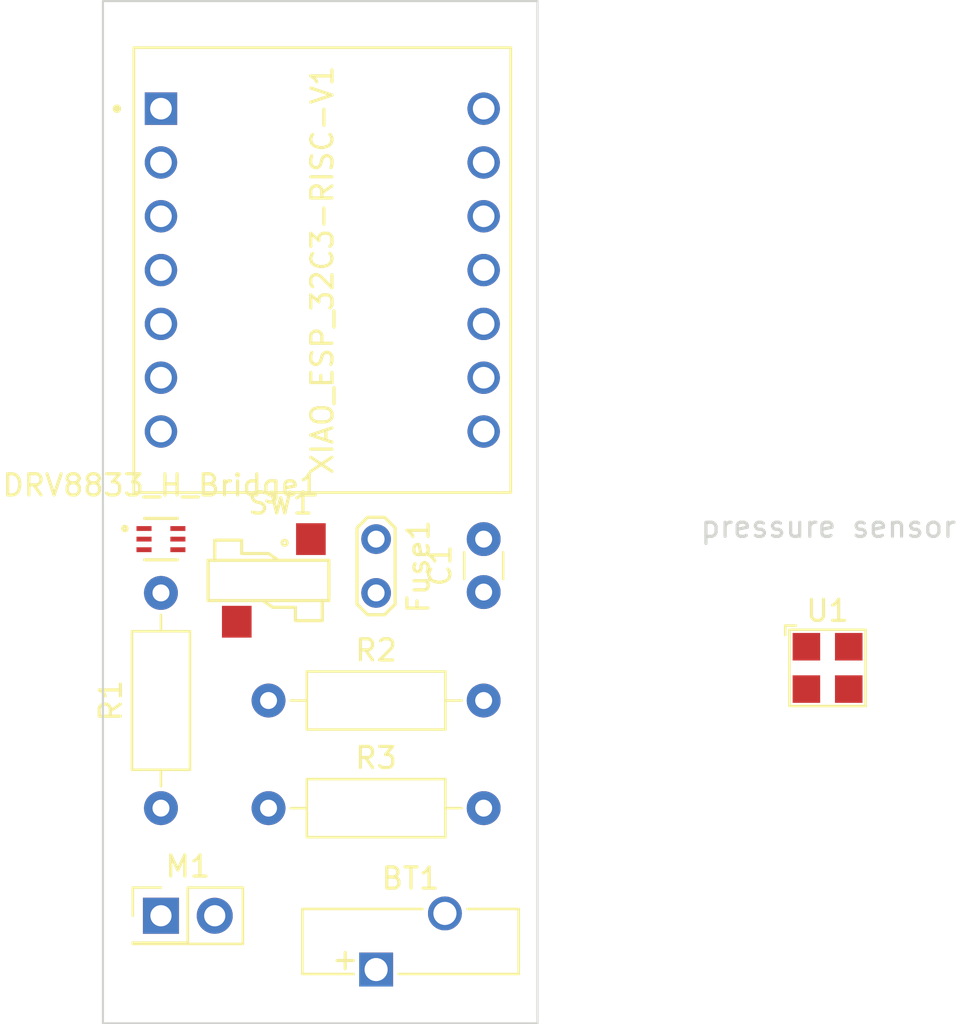
<source format=kicad_pcb>
(kicad_pcb (version 20221018) (generator pcbnew)
  (layers (0 "F.Cu" signal) (31 "B.Cu" signal) (34 "B.Paste" user) (35 "F.Paste" user) (36 "B.SilkS" user "B.Silkscreen") (37 "F.SilkS" user "F.Silkscreen") (38 "B.Mask" user) (39 "F.Mask" user) (44 "Edge.Cuts" user))
  (net 0 "")
  (net 1 "VCC")
  (net 2 "Net-(BT1--)")
  (net 3 "GND")
  (net 4 "OUT1")
  (net 5 "OUT4")
  (net 6 "3V3")
  (net 7 "D10")
  (net 8 "Net-(U1-SCL)")
  (net 9 "SDA")
  (footprint "Nano-Float_Schematic:SW_ESE-22MV21T" (layer "F.Cu") (at 83.82 88.31)
    (fp_text reference "SW1" (at 0.575585 -3.638685) (layer "F.SilkS") (effects (font (size 1.001016 1.001016))))
    (fp_text value "SW_DIP_x01")
    (fp_line (start -2.85 -0.95) (end -2.54 -0.95) (stroke (width 0.15)) (layer "F.SilkS"))
    (fp_line (start -2.85 0.95) (end -2.85 -0.95) (stroke (width 0.15)) (layer "F.SilkS"))
    (fp_line (start -2.54 -1.9) (end -1.27 -1.9) (stroke (width 0.15)) (layer "F.SilkS"))
    (fp_line (start -2.54 -0.95) (end -2.54 -1.9) (stroke (width 0.15)) (layer "F.SilkS"))
    (fp_line (start -2.54 -0.95) (end 2.85 -0.95) (stroke (width 0.15)) (layer "F.SilkS"))
    (fp_line (start -1.27 -1.9) (end -1.27 -1.27) (stroke (width 0.15)) (layer "F.SilkS"))
    (fp_line (start -1.27 -1.27) (end 0 -1.27) (stroke (width 0.15)) (layer "F.SilkS"))
    (fp_line (start 0 -1.27) (end 0.4 -1) (stroke (width 0.15)) (layer "F.SilkS"))
    (fp_line (start 0.2 1.27) (end -0.2 1) (stroke (width 0.15)) (layer "F.SilkS"))
    (fp_line (start 1.27 1.27) (end 0.2 1.27) (stroke (width 0.15)) (layer "F.SilkS"))
    (fp_line (start 1.27 1.9) (end 1.27 1.27) (stroke (width 0.15)) (layer "F.SilkS"))
    (fp_line (start 2.54 0.95) (end -2.85 0.95) (stroke (width 0.15)) (layer "F.SilkS"))
    (fp_line (start 2.54 0.95) (end 2.54 1.9) (stroke (width 0.15)) (layer "F.SilkS"))
    (fp_line (start 2.54 1.9) (end 1.27 1.9) (stroke (width 0.15)) (layer "F.SilkS"))
    (fp_line (start 2.85 -0.95) (end 2.85 0.95) (stroke (width 0.15)) (layer "F.SilkS"))
    (fp_line (start 2.85 0.95) (end 2.54 0.95) (stroke (width 0.15)) (layer "F.SilkS"))
    (fp_circle (center 0.762 -1.778) (end 0.889 -1.778) (stroke (width 0.127)) (fill none) (layer "F.SilkS"))
    (pad "" np_thru_hole circle (at -2 0) (size 1.1 1.1) (drill 1.1) (layers "*.Cu" "*.Mask"))
    (pad "" np_thru_hole circle (at 2 0) (size 1.3 1.3) (drill 1.3) (layers "*.Cu" "*.Mask"))
    (pad "1" smd rect (at 2 -1.95) (size 1.4 1.5) (layers "F.Cu" "F.Paste" "F.Mask") (net 3 "GND"))
    (pad "2" smd rect (at -1.5 1.95) (size 1.4 1.5) (layers "F.Cu" "F.Paste" "F.Mask") (net 7 "D10"))
  )
  (footprint "Nano-Float_Schematic:MODULE_102010388" (layer "F.Cu") (at 86.36 73.66)
    (fp_text reference "XIAO_ESP_32C3-RISC-V1" (at 0 0 90) (layer "F.SilkS"))
    (fp_text value "~")
    (fp_line (start -8.9 -10.5) (end -8.9 10.5) (stroke (width 0.127)) (layer "F.SilkS"))
    (fp_line (start -8.9 10.5) (end 8.9 10.5) (stroke (width 0.127)) (layer "F.SilkS"))
    (fp_line (start 8.9 -10.5) (end -8.9 -10.5) (stroke (width 0.127)) (layer "F.SilkS"))
    (fp_line (start 8.9 10.5) (end 8.9 -10.5) (stroke (width 0.127)) (layer "F.SilkS"))
    (fp_circle (center -9.7 -7.62) (end -9.6 -7.62) (stroke (width 0.2)) (fill none) (layer "F.SilkS"))
    (pad "1" thru_hole rect (at -7.62 -7.62) (size 1.53 1.53) (drill 1.02) (layers "*.Cu" "*.Mask"))
    (pad "2" thru_hole circle (at -7.62 -5.08) (size 1.53 1.53) (drill 1.02) (layers "*.Cu" "*.Mask"))
    (pad "3" thru_hole circle (at -7.62 -2.54) (size 1.53 1.53) (drill 1.02) (layers "*.Cu" "*.Mask"))
    (pad "4" thru_hole circle (at -7.62 0) (size 1.53 1.53) (drill 1.02) (layers "*.Cu" "*.Mask"))
    (pad "5" thru_hole circle (at -7.62 2.54) (size 1.53 1.53) (drill 1.02) (layers "*.Cu" "*.Mask"))
    (pad "6" thru_hole circle (at -7.62 5.08) (size 1.53 1.53) (drill 1.02) (layers "*.Cu" "*.Mask"))
    (pad "7" thru_hole circle (at -7.62 7.62) (size 1.53 1.53) (drill 1.02) (layers "*.Cu" "*.Mask"))
    (pad "8" thru_hole circle (at 7.62 7.62) (size 1.53 1.53) (drill 1.02) (layers "*.Cu" "*.Mask"))
    (pad "9" thru_hole circle (at 7.62 5.08) (size 1.53 1.53) (drill 1.02) (layers "*.Cu" "*.Mask"))
    (pad "10" thru_hole circle (at 7.62 2.54) (size 1.53 1.53) (drill 1.02) (layers "*.Cu" "*.Mask"))
    (pad "11" thru_hole circle (at 7.62 0) (size 1.53 1.53) (drill 1.02) (layers "*.Cu" "*.Mask"))
    (pad "12" thru_hole circle (at 7.62 -2.54) (size 1.53 1.53) (drill 1.02) (layers "*.Cu" "*.Mask"))
    (pad "13" thru_hole circle (at 7.62 -5.08) (size 1.53 1.53) (drill 1.02) (layers "*.Cu" "*.Mask"))
    (pad "14" thru_hole circle (at 7.62 -7.62) (size 1.53 1.53) (drill 1.02) (layers "*.Cu" "*.Mask"))
  )
  (footprint "Resistor_THT:R_Axial_DIN0207_L6.3mm_D2.5mm_P10.16mm_Horizontal" (layer "F.Cu") (at 78.74 99.06 90)
    (fp_text reference "R1" (at 5.08 -2.37 90) (layer "F.SilkS"))
    (fp_text value "R_US")
    (fp_line (start 1.04 0) (end 1.81 0) (stroke (width 0.12)) (layer "F.SilkS"))
    (fp_line (start 1.81 -1.37) (end 1.81 1.37) (stroke (width 0.12)) (layer "F.SilkS"))
    (fp_line (start 1.81 1.37) (end 8.35 1.37) (stroke (width 0.12)) (layer "F.SilkS"))
    (fp_line (start 8.35 -1.37) (end 1.81 -1.37) (stroke (width 0.12)) (layer "F.SilkS"))
    (fp_line (start 8.35 1.37) (end 8.35 -1.37) (stroke (width 0.12)) (layer "F.SilkS"))
    (fp_line (start 9.12 0) (end 8.35 0) (stroke (width 0.12)) (layer "F.SilkS"))
    (pad "1" thru_hole circle (at 0 0 90) (size 1.6 1.6) (drill 0.8) (layers "*.Cu" "*.Mask") (net 6 "3V3"))
    (pad "2" thru_hole oval (at 10.16 0 90) (size 1.6 1.6) (drill 0.8) (layers "*.Cu" "*.Mask") (net 7 "D10"))
  )
  (footprint "Capacitor_THT:C_Disc_D3.0mm_W1.6mm_P2.50mm" (layer "F.Cu") (at 93.98 88.86 90)
    (fp_text reference "C1" (at 1.25 -2.05 90) (layer "F.SilkS"))
    (fp_text value "C_Small")
    (fp_line (start 0.621 -0.92) (end 1.879 -0.92) (stroke (width 0.12)) (layer "F.SilkS"))
    (fp_line (start 0.621 0.92) (end 1.879 0.92) (stroke (width 0.12)) (layer "F.SilkS"))
    (pad "1" thru_hole circle (at 0 0 90) (size 1.6 1.6) (drill 0.8) (layers "*.Cu" "*.Mask") (net 3 "GND"))
    (pad "2" thru_hole circle (at 2.5 0 90) (size 1.6 1.6) (drill 0.8) (layers "*.Cu" "*.Mask") (net 6 "3V3"))
  )
  (footprint "Connector_PinHeader_2.54mm:PinHeader_2x01_P2.54mm_Vertical" (layer "F.Cu") (at 78.74 104.14)
    (fp_text reference "M1" (at 1.27 -2.33) (layer "F.SilkS"))
    (fp_text value "Motor_DC")
    (fp_line (start -1.33 -1.33) (end 0 -1.33) (stroke (width 0.12)) (layer "F.SilkS"))
    (fp_line (start -1.33 0) (end -1.33 -1.33) (stroke (width 0.12)) (layer "F.SilkS"))
    (fp_line (start -1.33 1.27) (end -1.33 1.33) (stroke (width 0.12)) (layer "F.SilkS"))
    (fp_line (start -1.33 1.27) (end 1.27 1.27) (stroke (width 0.12)) (layer "F.SilkS"))
    (fp_line (start -1.33 1.33) (end 3.87 1.33) (stroke (width 0.12)) (layer "F.SilkS"))
    (fp_line (start 1.27 -1.33) (end 3.87 -1.33) (stroke (width 0.12)) (layer "F.SilkS"))
    (fp_line (start 1.27 1.27) (end 1.27 -1.33) (stroke (width 0.12)) (layer "F.SilkS"))
    (fp_line (start 3.87 -1.33) (end 3.87 1.33) (stroke (width 0.12)) (layer "F.SilkS"))
    (pad "1" thru_hole rect (at 0 0) (size 1.7 1.7) (drill 1) (layers "*.Cu" "*.Mask") (net 4 "OUT1"))
    (pad "2" thru_hole oval (at 2.54 0) (size 1.7 1.7) (drill 1) (layers "*.Cu" "*.Mask") (net 5 "OUT4"))
  )
  (footprint "Resistor_THT:R_Axial_DIN0207_L6.3mm_D2.5mm_P10.16mm_Horizontal" (layer "F.Cu") (at 83.82 99.06)
    (fp_text reference "R3" (at 5.08 -2.37) (layer "F.SilkS"))
    (fp_text value "R")
    (fp_line (start 1.04 0) (end 1.81 0) (stroke (width 0.12)) (layer "F.SilkS"))
    (fp_line (start 1.81 -1.37) (end 1.81 1.37) (stroke (width 0.12)) (layer "F.SilkS"))
    (fp_line (start 1.81 1.37) (end 8.35 1.37) (stroke (width 0.12)) (layer "F.SilkS"))
    (fp_line (start 8.35 -1.37) (end 1.81 -1.37) (stroke (width 0.12)) (layer "F.SilkS"))
    (fp_line (start 8.35 1.37) (end 8.35 -1.37) (stroke (width 0.12)) (layer "F.SilkS"))
    (fp_line (start 9.12 0) (end 8.35 0) (stroke (width 0.12)) (layer "F.SilkS"))
    (pad "1" thru_hole circle (at 0 0) (size 1.6 1.6) (drill 0.8) (layers "*.Cu" "*.Mask") (net 9 "SDA"))
    (pad "2" thru_hole oval (at 10.16 0) (size 1.6 1.6) (drill 0.8) (layers "*.Cu" "*.Mask") (net 6 "3V3"))
  )
  (footprint "TestPoint:TestPoint_2Pads_Pitch2.54mm_Drill0.8mm" (layer "F.Cu") (at 88.9 86.36 -90)
    (fp_text reference "Fuse1" (at 1.3 -2 -90) (layer "F.SilkS"))
    (fp_text value "Fuse")
    (fp_line (start -1.03 -0.4) (end -0.53 -0.9) (stroke (width 0.15)) (layer "F.SilkS"))
    (fp_line (start -1.03 0.4) (end -1.03 -0.4) (stroke (width 0.15)) (layer "F.SilkS"))
    (fp_line (start -0.53 -0.9) (end 3.07 -0.9) (stroke (width 0.15)) (layer "F.SilkS"))
    (fp_line (start -0.53 0.9) (end -1.03 0.4) (stroke (width 0.15)) (layer "F.SilkS"))
    (fp_line (start 3.07 -0.9) (end 3.57 -0.4) (stroke (width 0.15)) (layer "F.SilkS"))
    (fp_line (start 3.07 0.9) (end -0.53 0.9) (stroke (width 0.15)) (layer "F.SilkS"))
    (fp_line (start 3.57 -0.4) (end 3.57 0.4) (stroke (width 0.15)) (layer "F.SilkS"))
    (fp_line (start 3.57 0.4) (end 3.07 0.9) (stroke (width 0.15)) (layer "F.SilkS"))
    (pad "1" thru_hole circle (at 0 0 270) (size 1.4 1.4) (drill 0.8) (layers "*.Cu" "*.Mask") (net 2 "Net-(BT1--)"))
    (pad "2" thru_hole circle (at 2.54 0 270) (size 1.4 1.4) (drill 0.8) (layers "*.Cu" "*.Mask") (net 3 "GND"))
  )
  (footprint "Resistor_THT:R_Axial_DIN0207_L6.3mm_D2.5mm_P10.16mm_Horizontal" (layer "F.Cu") (at 83.82 93.98)
    (fp_text reference "R2" (at 5.08 -2.37) (layer "F.SilkS"))
    (fp_text value "R")
    (fp_line (start 1.04 0) (end 1.81 0) (stroke (width 0.12)) (layer "F.SilkS"))
    (fp_line (start 1.81 -1.37) (end 1.81 1.37) (stroke (width 0.12)) (layer "F.SilkS"))
    (fp_line (start 1.81 1.37) (end 8.35 1.37) (stroke (width 0.12)) (layer "F.SilkS"))
    (fp_line (start 8.35 -1.37) (end 1.81 -1.37) (stroke (width 0.12)) (layer "F.SilkS"))
    (fp_line (start 8.35 1.37) (end 8.35 -1.37) (stroke (width 0.12)) (layer "F.SilkS"))
    (fp_line (start 9.12 0) (end 8.35 0) (stroke (width 0.12)) (layer "F.SilkS"))
    (pad "1" thru_hole circle (at 0 0) (size 1.6 1.6) (drill 0.8) (layers "*.Cu" "*.Mask") (net 8 "Net-(U1-SCL)"))
    (pad "2" thru_hole oval (at 10.16 0) (size 1.6 1.6) (drill 0.8) (layers "*.Cu" "*.Mask") (net 6 "3V3"))
  )
  (footprint "Battery:Battery_Panasonic_CR1025-VSK_Vertical_CircularHoles" (layer "F.Cu") (at 88.9 106.68)
    (fp_text reference "BT1" (at 1.625 -4.3) (layer "F.SilkS"))
    (fp_text value "Battery")
    (fp_text user "+" (at -1.46 -0.5) (layer "F.SilkS"))
    (fp_line (start -3.485 -2.86) (end 2.19 -2.86) (stroke (width 0.12)) (layer "F.SilkS"))
    (fp_line (start -3.485 0.21) (end -3.485 -2.86) (stroke (width 0.12)) (layer "F.SilkS"))
    (fp_line (start -3.485 0.21) (end -1.06 0.21) (stroke (width 0.12)) (layer "F.SilkS"))
    (fp_line (start 1.06 0.21) (end 6.735 0.21) (stroke (width 0.12)) (layer "F.SilkS"))
    (fp_line (start 4.31 -2.86) (end 6.735 -2.86) (stroke (width 0.12)) (layer "F.SilkS"))
    (fp_line (start 6.735 0.21) (end 6.735 -2.86) (stroke (width 0.12)) (layer "F.SilkS"))
    (pad "1" thru_hole rect (at 0 0) (size 1.6 1.6) (drill 1.09) (layers "*.Cu" "*.Mask") (net 1 "VCC"))
    (pad "2" thru_hole circle (at 3.25 -2.65) (size 1.6 1.6) (drill 1.09) (layers "*.Cu" "*.Mask") (net 2 "Net-(BT1--)"))
  )
  (footprint "Nano-Float_Schematic:SOT5X3-6_DRL_TEX" (layer "F.Cu") (at 78.74 86.36)
    (fp_text reference "DRV8833_H_Bridge1" (at 0 -2.54 unlocked) (layer "F.SilkS"))
    (fp_text value "~")
    (fp_line (start -0.7747 0.9779) (end 0.7747 0.9779) (stroke (width 0.1524)) (layer "F.SilkS"))
    (fp_line (start 0.7747 -0.9779) (end -0.7747 -0.9779) (stroke (width 0.1524)) (layer "F.SilkS"))
    (fp_circle (center -1.7065 -0.5) (end -1.6049 -0.5) (stroke (width 0.1524)) (fill none) (layer "F.SilkS"))
    (pad "1" smd rect (at -0.8001 -0.499999) (size 0.7112 0.2286) (layers "F.Cu" "F.Paste" "F.Mask"))
    (pad "2" smd rect (at -0.8001 0) (size 0.7112 0.2286) (layers "F.Cu" "F.Paste" "F.Mask"))
    (pad "3" smd rect (at -0.8001 0.499999) (size 0.7112 0.2286) (layers "F.Cu" "F.Paste" "F.Mask"))
    (pad "4" smd rect (at 0.8001 0.499999) (size 0.7112 0.2286) (layers "F.Cu" "F.Paste" "F.Mask"))
    (pad "5" smd rect (at 0.8001 0) (size 0.7112 0.2286) (layers "F.Cu" "F.Paste" "F.Mask"))
    (pad "6" smd rect (at 0.8001 -0.499999) (size 0.7112 0.2286) (layers "F.Cu" "F.Paste" "F.Mask"))
  )
  (footprint "Sensor_Pressure:TE_MS5837-xxBA" (layer "F.Cu") (at 110.22 92.44)
    (fp_text reference "U1" (at 0 -2.7 unlocked) (layer "F.SilkS"))
    (fp_text value "MS5837-xxBA")
    (fp_line (start -2 -2) (end -2 -1.55) (stroke (width 0.12)) (layer "F.SilkS"))
    (fp_line (start -1.5 -2) (end -2 -2) (stroke (width 0.12)) (layer "F.SilkS"))
    (fp_rect (start 1.8 1.8) (end -1.8 -1.8) (stroke (width 0.12)) (fill none) (layer "F.SilkS"))
    (pad "1" smd rect (at -1 -1 180) (size 1.3 1.3) (layers "F.Cu" "F.Paste" "F.Mask") (net 3 "GND"))
    (pad "2" smd rect (at -1 1 180) (size 1.3 1.3) (layers "F.Cu" "F.Paste" "F.Mask") (net 6 "3V3"))
    (pad "3" smd rect (at 1 1 180) (size 1.3 1.3) (layers "F.Cu" "F.Paste" "F.Mask") (net 8 "Net-(U1-SCL)"))
    (pad "4" smd rect (at 1 -1 180) (size 1.3 1.3) (layers "F.Cu" "F.Paste" "F.Mask") (net 9 "SDA"))
  )
  (gr_rect (start 76 60.96) (end 96.52 109.22) (stroke (width 0.1)) (fill none) (layer "Edge.Cuts"))
  (gr_text "pressure sensor\n" (at 104.14 86.36) (layer "Edge.Cuts") (effects (font (size 1 1)) (justify left bottom)))
)
</source>
